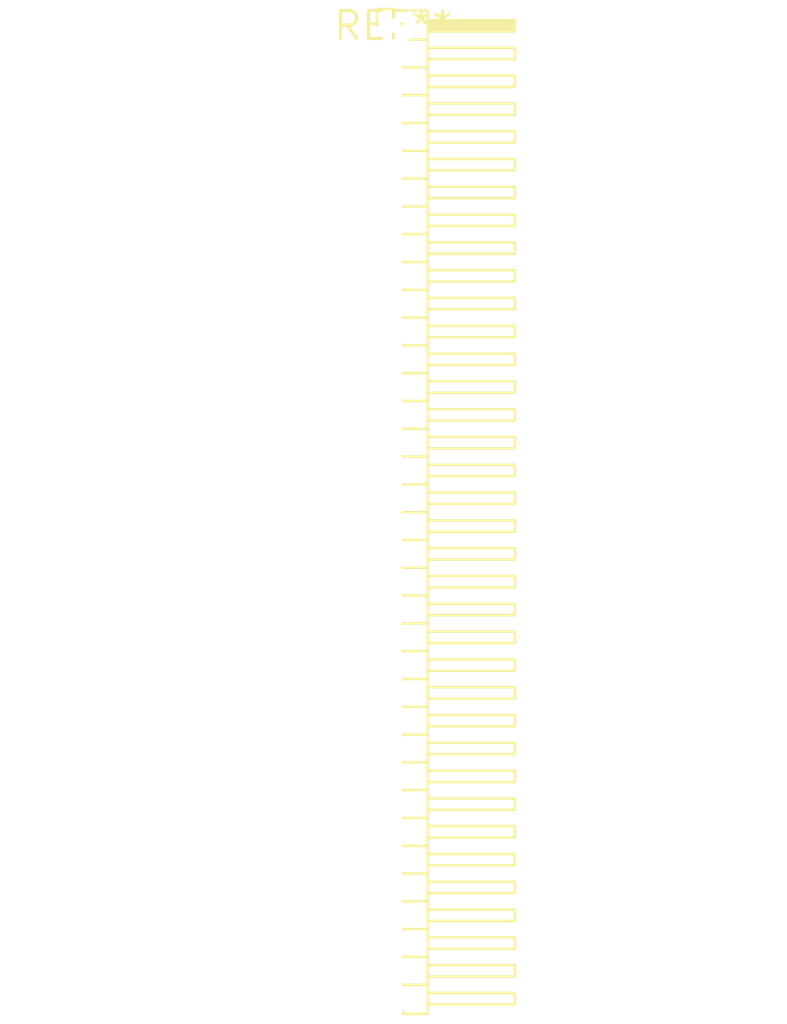
<source format=kicad_pcb>
(kicad_pcb (version 20240108) (generator pcbnew)
  (layers (0 "F.Cu" signal) (31 "B.Cu" signal) (34 "B.Paste" user) (35 "F.Paste" user) (36 "B.SilkS" user "B.Silkscreen") (37 "F.SilkS" user "F.Silkscreen") (38 "B.Mask" user) (39 "F.Mask" user) (44 "Edge.Cuts" user))
  (net 0 "")
  (footprint "PinHeader_1x36_P1.27mm_Horizontal" (layer "F.Cu") (at 0 0)
    (property "Reference" "REF**")
    (property "Value" "PinHeader_1x36_P1.27mm_Horizontal")
    (fp_line (start -0.76 -0.76) (end 0 -0.76) (layer "F.SilkS") (stroke (width 0.12)))
    (fp_line (start -0.76 0) (end -0.76 -0.76) (layer "F.SilkS") (stroke (width 0.12)))
    (fp_line (start 0.44 1.889677) (end 0.44 1.920323) (layer "F.SilkS") (stroke (width 0.12)))
    (fp_line (start 0.44 1.905) (end 1.56 1.905) (layer "F.SilkS") (stroke (width 0.12)))
    (fp_line (start 0.44 3.159677) (end 0.44 3.190323) (layer "F.SilkS") (stroke (width 0.12)))
    (fp_line (start 0.44 3.175) (end 1.56 3.175) (layer "F.SilkS") (stroke (width 0.12)))
    (fp_line (start 0.44 4.429677) (end 0.44 4.460323) (layer "F.SilkS") (stroke (width 0.12)))
    (fp_line (start 0.44 4.445) (end 1.56 4.445) (layer "F.SilkS") (stroke (width 0.12)))
    (fp_line (start 0.44 5.699677) (end 0.44 5.730323) (layer "F.SilkS") (stroke (width 0.12)))
    (fp_line (start 0.44 5.715) (end 1.56 5.715) (layer "F.SilkS") (stroke (width 0.12)))
    (fp_line (start 0.44 6.969677) (end 0.44 7.000323) (layer "F.SilkS") (stroke (width 0.12)))
    (fp_line (start 0.44 6.985) (end 1.56 6.985) (layer "F.SilkS") (stroke (width 0.12)))
    (fp_line (start 0.44 8.239677) (end 0.44 8.270323) (layer "F.SilkS") (stroke (width 0.12)))
    (fp_line (start 0.44 8.255) (end 1.56 8.255) (layer "F.SilkS") (stroke (width 0.12)))
    (fp_line (start 0.44 9.509677) (end 0.44 9.540323) (layer "F.SilkS") (stroke (width 0.12)))
    (fp_line (start 0.44 9.525) (end 1.56 9.525) (layer "F.SilkS") (stroke (width 0.12)))
    (fp_line (start 0.44 10.779677) (end 0.44 10.810323) (layer "F.SilkS") (stroke (width 0.12)))
    (fp_line (start 0.44 10.795) (end 1.56 10.795) (layer "F.SilkS") (stroke (width 0.12)))
    (fp_line (start 0.44 12.049677) (end 0.44 12.080323) (layer "F.SilkS") (stroke (width 0.12)))
    (fp_line (start 0.44 12.065) (end 1.56 12.065) (layer "F.SilkS") (stroke (width 0.12)))
    (fp_line (start 0.44 13.319677) (end 0.44 13.350323) (layer "F.SilkS") (stroke (width 0.12)))
    (fp_line (start 0.44 13.335) (end 1.56 13.335) (layer "F.SilkS") (stroke (width 0.12)))
    (fp_line (start 0.44 14.589677) (end 0.44 14.620323) (layer "F.SilkS") (stroke (width 0.12)))
    (fp_line (start 0.44 14.605) (end 1.56 14.605) (layer "F.SilkS") (stroke (width 0.12)))
    (fp_line (start 0.44 15.859677) (end 0.44 15.890323) (layer "F.SilkS") (stroke (width 0.12)))
    (fp_line (start 0.44 15.875) (end 1.56 15.875) (layer "F.SilkS") (stroke (width 0.12)))
    (fp_line (start 0.44 17.129677) (end 0.44 17.160323) (layer "F.SilkS") (stroke (width 0.12)))
    (fp_line (start 0.44 17.145) (end 1.56 17.145) (layer "F.SilkS") (stroke (width 0.12)))
    (fp_line (start 0.44 18.399677) (end 0.44 18.430323) (layer "F.SilkS") (stroke (width 0.12)))
    (fp_line (start 0.44 18.415) (end 1.56 18.415) (layer "F.SilkS") (stroke (width 0.12)))
    (fp_line (start 0.44 19.669677) (end 0.44 19.700323) (layer "F.SilkS") (stroke (width 0.12)))
    (fp_line (start 0.44 19.685) (end 1.56 19.685) (layer "F.SilkS") (stroke (width 0.12)))
    (fp_line (start 0.44 20.939677) (end 0.44 20.970323) (layer "F.SilkS") (stroke (width 0.12)))
    (fp_line (start 0.44 20.955) (end 1.56 20.955) (layer "F.SilkS") (stroke (width 0.12)))
    (fp_line (start 0.44 22.209677) (end 0.44 22.240323) (layer "F.SilkS") (stroke (width 0.12)))
    (fp_line (start 0.44 22.225) (end 1.56 22.225) (layer "F.SilkS") (stroke (width 0.12)))
    (fp_line (start 0.44 23.479677) (end 0.44 23.510323) (layer "F.SilkS") (stroke (width 0.12)))
    (fp_line (start 0.44 23.495) (end 1.56 23.495) (layer "F.SilkS") (stroke (width 0.12)))
    (fp_line (start 0.44 24.749677) (end 0.44 24.780323) (layer "F.SilkS") (stroke (width 0.12)))
    (fp_line (start 0.44 24.765) (end 1.56 24.765) (layer "F.SilkS") (stroke (width 0.12)))
    (fp_line (start 0.44 26.019677) (end 0.44 26.050323) (layer "F.SilkS") (stroke (width 0.12)))
    (fp_line (start 0.44 26.035) (end 1.56 26.035) (layer "F.SilkS") (stroke (width 0.12)))
    (fp_line (start 0.44 27.289677) (end 0.44 27.320323) (layer "F.SilkS") (stroke (width 0.12)))
    (fp_line (start 0.44 27.305) (end 1.56 27.305) (layer "F.SilkS") (stroke (width 0.12)))
    (fp_line (start 0.44 28.559677) (end 0.44 28.590323) (layer "F.SilkS") (stroke (width 0.12)))
    (fp_line (start 0.44 28.575) (end 1.56 28.575) (layer "F.SilkS") (stroke (width 0.12)))
    (fp_line (start 0.44 29.829677) (end 0.44 29.860323) (layer "F.SilkS") (stroke (width 0.12)))
    (fp_line (start 0.44 29.845) (end 1.56 29.845) (layer "F.SilkS") (stroke (width 0.12)))
    (fp_line (start 0.44 31.099677) (end 0.44 31.130323) (layer "F.SilkS") (stroke (width 0.12)))
    (fp_line (start 0.44 31.115) (end 1.56 31.115) (layer "F.SilkS") (stroke (width 0.12)))
    (fp_line (start 0.44 32.369677) (end 0.44 32.400323) (layer "F.SilkS") (stroke (width 0.12)))
    (fp_line (start 0.44 32.385) (end 1.56 32.385) (layer "F.SilkS") (stroke (width 0.12)))
    (fp_line (start 0.44 33.639677) (end 0.44 33.670323) (layer "F.SilkS") (stroke (width 0.12)))
    (fp_line (start 0.44 33.655) (end 1.56 33.655) (layer "F.SilkS") (stroke (width 0.12)))
    (fp_line (start 0.44 34.909677) (end 0.44 34.940323) (layer "F.SilkS") (stroke (width 0.12)))
    (fp_line (start 0.44 34.925) (end 1.56 34.925) (layer "F.SilkS") (stroke (width 0.12)))
    (fp_line (start 0.44 36.179677) (end 0.44 36.210323) (layer "F.SilkS") (stroke (width 0.12)))
    (fp_line (start 0.44 36.195) (end 1.56 36.195) (layer "F.SilkS") (stroke (width 0.12)))
    (fp_line (start 0.44 37.449677) (end 0.44 37.480323) (layer "F.SilkS") (stroke (width 0.12)))
    (fp_line (start 0.44 37.465) (end 1.56 37.465) (layer "F.SilkS") (stroke (width 0.12)))
    (fp_line (start 0.44 38.719677) (end 0.44 38.750323) (layer "F.SilkS") (stroke (width 0.12)))
    (fp_line (start 0.44 38.735) (end 1.56 38.735) (layer "F.SilkS") (stroke (width 0.12)))
    (fp_line (start 0.44 39.989677) (end 0.44 40.020323) (layer "F.SilkS") (stroke (width 0.12)))
    (fp_line (start 0.44 40.005) (end 1.56 40.005) (layer "F.SilkS") (stroke (width 0.12)))
    (fp_line (start 0.44 41.259677) (end 0.44 41.290323) (layer "F.SilkS") (stroke (width 0.12)))
    (fp_line (start 0.44 41.275) (end 1.56 41.275) (layer "F.SilkS") (stroke (width 0.12)))
    (fp_line (start 0.44 42.529677) (end 0.44 42.560323) (layer "F.SilkS") (stroke (width 0.12)))
    (fp_line (start 0.44 42.545) (end 1.56 42.545) (layer "F.SilkS") (stroke (width 0.12)))
    (fp_line (start 0.44 43.799677) (end 0.44 43.830323) (layer "F.SilkS") (stroke (width 0.12)))
    (fp_line (start 0.44 43.815) (end 1.56 43.815) (layer "F.SilkS") (stroke (width 0.12)))
    (fp_line (start 0.44 45.145) (end 0.44 45.069677) (layer "F.SilkS") (stroke (width 0.12)))
    (fp_line (start 0.76 -0.695) (end 1.56 -0.695) (layer "F.SilkS") (stroke (width 0.12)))
    (fp_line (start 0.76 0.635) (end 1.56 0.635) (layer "F.SilkS") (stroke (width 0.12)))
    (fp_line (start 1.56 -0.695) (end 1.56 45.145) (layer "F.SilkS") (stroke (width 0.12)))
    (fp_line (start 1.56 -0.26) (end 5.56 -0.26) (layer "F.SilkS") (stroke (width 0.12)))
    (fp_line (start 1.56 -0.2) (end 5.56 -0.2) (layer "F.SilkS") (stroke (width 0.12)))
    (fp_line (start 1.56 -0.08) (end 5.56 -0.08) (layer "F.SilkS") (stroke (width 0.12)))
    (fp_line (start 1.56 0.04) (end 5.56 0.04) (layer "F.SilkS") (stroke (width 0.12)))
    (fp_line (start 1.56 0.16) (end 5.56 0.16) (layer "F.SilkS") (stroke (width 0.12)))
    (fp_line (start 1.56 1.01) (end 5.56 1.01) (layer "F.SilkS") (stroke (width 0.12)))
    (fp_line (start 1.56 2.28) (end 5.56 2.28) (layer "F.SilkS") (stroke (width 0.12)))
    (fp_line (start 1.56 3.55) (end 5.56 3.55) (layer "F.SilkS") (stroke (width 0.12)))
    (fp_line (start 1.56 4.82) (end 5.56 4.82) (layer "F.SilkS") (stroke (width 0.12)))
    (fp_line (start 1.56 6.09) (end 5.56 6.09) (layer "F.SilkS") (stroke (width 0.12)))
    (fp_line (start 1.56 7.36) (end 5.56 7.36) (layer "F.SilkS") (stroke (width 0.12)))
    (fp_line (start 1.56 8.63) (end 5.56 8.63) (layer "F.SilkS") (stroke (width 0.12)))
    (fp_line (start 1.56 9.9) (end 5.56 9.9) (layer "F.SilkS") (stroke (width 0.12)))
    (fp_line (start 1.56 11.17) (end 5.56 11.17) (layer "F.SilkS") (stroke (width 0.12)))
    (fp_line (start 1.56 12.44) (end 5.56 12.44) (layer "F.SilkS") (stroke (width 0.12)))
    (fp_line (start 1.56 13.71) (end 5.56 13.71) (layer "F.SilkS") (stroke (width 0.12)))
    (fp_line (start 1.56 14.98) (end 5.56 14.98) (layer "F.SilkS") (stroke (width 0.12)))
    (fp_line (start 1.56 16.25) (end 5.56 16.25) (layer "F.SilkS") (stroke (width 0.12)))
    (fp_line (start 1.56 17.52) (end 5.56 17.52) (layer "F.SilkS") (stroke (width 0.12)))
    (fp_line (start 1.56 18.79) (end 5.56 18.79) (layer "F.SilkS") (stroke (width 0.12)))
    (fp_line (start 1.56 20.06) (end 5.56 20.06) (layer "F.SilkS") (stroke (width 0.12)))
    (fp_line (start 1.56 21.33) (end 5.56 21.33) (layer "F.SilkS") (stroke (width 0.12)))
    (fp_line (start 1.56 22.6) (end 5.56 22.6) (layer "F.SilkS") (stroke (width 0.12)))
    (fp_line (start 1.56 23.87) (end 5.56 23.87) (layer "F.SilkS") (stroke (width 0.12)))
    (fp_line (start 1.56 25.14) (end 5.56 25.14) (layer "F.SilkS") (stroke (width 0.12)))
    (fp_line (start 1.56 26.41) (end 5.56 26.41) (layer "F.SilkS") (stroke (width 0.12)))
    (fp_line (start 1.56 27.68) (end 5.56 27.68) (layer "F.SilkS") (stroke (width 0.12)))
    (fp_line (start 1.56 28.95) (end 5.56 28.95) (layer "F.SilkS") (stroke (width 0.12)))
    (fp_line (start 1.56 30.22) (end 5.56 30.22) (layer "F.SilkS") (stroke (width 0.12)))
    (fp_line (start 1.56 31.49) (end 5.56 31.49) (layer "F.SilkS") (stroke (width 0.12)))
    (fp_line (start 1.56 32.76) (end 5.56 32.76) (layer "F.SilkS") (stroke (width 0.12)))
    (fp_line (start 1.56 34.03) (end 5.56 34.03) (layer "F.SilkS") (stroke (width 0.12)))
    (fp_line (start 1.56 35.3) (end 5.56 35.3) (layer "F.SilkS") (stroke (width 0.12)))
    (fp_line (start 1.56 36.57) (end 5.56 36.57) (layer "F.SilkS") (stroke (width 0.12)))
    (fp_line (start 1.56 37.84) (end 5.56 37.84) (layer "F.SilkS") (stroke (width 0.12)))
    (fp_line (start 1.56 39.11) (end 5.56 39.11) (layer "F.SilkS") (stroke (width 0.12)))
    (fp_line (start 1.56 40.38) (end 5.56 40.38) (layer "F.SilkS") (stroke (width 0.12)))
    (fp_line (start 1.56 41.65) (end 5.56 41.65) (layer "F.SilkS") (stroke (width 0.12)))
    (fp_line (start 1.56 42.92) (end 5.56 42.92) (layer "F.SilkS") (stroke (width 0.12)))
    (fp_line (start 1.56 44.19) (end 5.56 44.19) (layer "F.SilkS") (stroke (width 0.12)))
    (fp_line (start 1.56 45.145) (end 0.44 45.145) (layer "F.SilkS") (stroke (width 0.12)))
    (fp_line (start 5.56 -0.26) (end 5.56 0.26) (layer "F.SilkS") (stroke (width 0.12)))
    (fp_line (start 5.56 0.26) (end 1.56 0.26) (layer "F.SilkS") (stroke (width 0.12)))
    (fp_line (start 5.56 1.01) (end 5.56 1.53) (layer "F.SilkS") (stroke (width 0.12)))
    (fp_line (start 5.56 1.53) (end 1.56 1.53) (layer "F.SilkS") (stroke (width 0.12)))
    (fp_line (start 5.56 2.28) (end 5.56 2.8) (layer "F.SilkS") (stroke (width 0.12)))
    (fp_line (start 5.56 2.8) (end 1.56 2.8) (layer "F.SilkS") (stroke (width 0.12)))
    (fp_line (start 5.56 3.55) (end 5.56 4.07) (layer "F.SilkS") (stroke (width 0.12)))
    (fp_line (start 5.56 4.07) (end 1.56 4.07) (layer "F.SilkS") (stroke (width 0.12)))
    (fp_line (start 5.56 4.82) (end 5.56 5.34) (layer "F.SilkS") (stroke (width 0.12)))
    (fp_line (start 5.56 5.34) (end 1.56 5.34) (layer "F.SilkS") (stroke (width 0.12)))
    (fp_line (start 5.56 6.09) (end 5.56 6.61) (layer "F.SilkS") (stroke (width 0.12)))
    (fp_line (start 5.56 6.61) (end 1.56 6.61) (layer "F.SilkS") (stroke (width 0.12)))
    (fp_line (start 5.56 7.36) (end 5.56 7.88) (layer "F.SilkS") (stroke (width 0.12)))
    (fp_line (start 5.56 7.88) (end 1.56 7.88) (layer "F.SilkS") (stroke (width 0.12)))
    (fp_line (start 5.56 8.63) (end 5.56 9.15) (layer "F.SilkS") (stroke (width 0.12)))
    (fp_line (start 5.56 9.15) (end 1.56 9.15) (layer "F.SilkS") (stroke (width 0.12)))
    (fp_line (start 5.56 9.9) (end 5.56 10.42) (layer "F.SilkS") (stroke (width 0.12)))
    (fp_line (start 5.56 10.42) (end 1.56 10.42) (layer "F.SilkS") (stroke (width 0.12)))
    (fp_line (start 5.56 11.17) (end 5.56 11.69) (layer "F.SilkS") (stroke (width 0.12)))
    (fp_line (start 5.56 11.69) (end 1.56 11.69) (layer "F.SilkS") (stroke (width 0.12)))
    (fp_line (start 5.56 12.44) (end 5.56 12.96) (layer "F.SilkS") (stroke (width 0.12)))
    (fp_line (start 5.56 12.96) (end 1.56 12.96) (layer "F.SilkS") (stroke (width 0.12)))
    (fp_line (start 5.56 13.71) (end 5.56 14.23) (layer "F.SilkS") (stroke (width 0.12)))
    (fp_line (start 5.56 14.23) (end 1.56 14.23) (layer "F.SilkS") (stroke (width 0.12)))
    (fp_line (start 5.56 14.98) (end 5.56 15.5) (layer "F.SilkS") (stroke (width 0.12)))
    (fp_line (start 5.56 15.5) (end 1.56 15.5) (layer "F.SilkS") (stroke (width 0.12)))
    (fp_line (start 5.56 16.25) (end 5.56 16.77) (layer "F.SilkS") (stroke (width 0.12)))
    (fp_line (start 5.56 16.77) (end 1.56 16.77) (layer "F.SilkS") (stroke (width 0.12)))
    (fp_line (start 5.56 17.52) (end 5.56 18.04) (layer "F.SilkS") (stroke (width 0.12)))
    (fp_line (start 5.56 18.04) (end 1.56 18.04) (layer "F.SilkS") (stroke (width 0.12)))
    (fp_line (start 5.56 18.79) (end 5.56 19.31) (layer "F.SilkS") (stroke (width 0.12)))
    (fp_line (start 5.56 19.31) (end 1.56 19.31) (layer "F.SilkS") (stroke (width 0.12)))
    (fp_line (start 5.56 20.06) (end 5.56 20.58) (layer "F.SilkS") (stroke (width 0.12)))
    (fp_line (start 5.56 20.58) (end 1.56 20.58) (layer "F.SilkS") (stroke (width 0.12)))
    (fp_line (start 5.56 21.33) (end 5.56 21.85) (layer "F.SilkS") (stroke (width 0.12)))
    (fp_line (start 5.56 21.85) (end 1.56 21.85) (layer "F.SilkS") (stroke (width 0.12)))
    (fp_line (start 5.56 22.6) (end 5.56 23.12) (layer "F.SilkS") (stroke (width 0.12)))
    (fp_line (start 5.56 23.12) (end 1.56 23.12) (layer "F.SilkS") (stroke (width 0.12)))
    (fp_line (start 5.56 23.87) (end 5.56 24.39) (layer "F.SilkS") (stroke (width 0.12)))
    (fp_line (start 5.56 24.39) (end 1.56 24.39) (layer "F.SilkS") (stroke (width 0.12)))
    (fp_line (start 5.56 25.14) (end 5.56 25.66) (layer "F.SilkS") (stroke (width 0.12)))
    (fp_line (start 5.56 25.66) (end 1.56 25.66) (layer "F.SilkS") (stroke (width 0.12)))
    (fp_line (start 5.56 26.41) (end 5.56 26.93) (layer "F.SilkS") (stroke (width 0.12)))
    (fp_line (start 5.56 26.93) (end 1.56 26.93) (layer "F.SilkS") (stroke (width 0.12)))
    (fp_line (start 5.56 27.68) (end 5.56 28.2) (layer "F.SilkS") (stroke (width 0.12)))
    (fp_line (start 5.56 28.2) (end 1.56 28.2) (layer "F.SilkS") (stroke (width 0.12)))
    (fp_line (start 5.56 28.95) (end 5.56 29.47) (layer "F.SilkS") (stroke (width 0.12)))
    (fp_line (start 5.56 29.47) (end 1.56 29.47) (layer "F.SilkS") (stroke (width 0.12)))
    (fp_line (start 5.56 30.22) (end 5.56 30.74) (layer "F.SilkS") (stroke (width 0.12)))
    (fp_line (start 5.56 30.74) (end 1.56 30.74) (layer "F.SilkS") (stroke (width 0.12)))
    (fp_line (start 5.56 31.49) (end 5.56 32.01) (layer "F.SilkS") (stroke (width 0.12)))
    (fp_line (start 5.56 32.01) (end 1.56 32.01) (layer "F.SilkS") (stroke (width 0.12)))
    (fp_line (start 5.56 32.76) (end 5.56 33.28) (layer "F.SilkS") (stroke (width 0.12)))
    (fp_line (start 5.56 33.28) (end 1.56 33.28) (layer "F.SilkS") (stroke (width 0.12)))
    (fp_line (start 5.56 34.03) (end 5.56 34.55) (layer "F.SilkS") (stroke (width 0.12)))
    (fp_line (start 5.56 34.55) (end 1.56 34.55) (layer "F.SilkS") (stroke (width 0.12)))
    (fp_line (start 5.56 35.3) (end 5.56 35.82) (layer "F.SilkS") (stroke (width 0.12)))
    (fp_line (start 5.56 35.82) (end 1.56 35.82) (layer "F.SilkS") (stroke (width 0.12)))
    (fp_line (start 5.56 36.57) (end 5.56 37.09) (layer "F.SilkS") (stroke (width 0.12)))
    (fp_line (start 5.56 37.09) (end 1.56 37.09) (layer "F.SilkS") (stroke (width 0.12)))
    (fp_line (start 5.56 37.84) (end 5.56 38.36) (layer "F.SilkS") (stroke (width 0.12)))
    (fp_line (start 5.56 38.36) (end 1.56 38.36) (layer "F.SilkS") (stroke (width 0.12)))
    (fp_line (start 5.56 39.11) (end 5.56 39.63) (layer "F.SilkS") (stroke (width 0.12)))
    (fp_line (start 5.56 39.63) (end 1.56 39.63) (layer "F.SilkS") (stroke (width 0.12)))
    (fp_line (start 5.56 40.38) (end 5.56 40.9) (layer "F.SilkS") (stroke (width 0.12)))
    (fp_line (start 5.56 40.9) (end 1.56 40.9) (layer "F.SilkS") (stroke (width 0.12)))
    (fp_line (start 5.56 41.65) (end 5.56 42.17) (layer "F.SilkS") (stroke (width 0.12)))
    (fp_line (start 5.56 42.17) (end 1.56 42.17) (layer "F.SilkS") (stroke (width 0.12)))
    (fp_line (start 5.56 42.92) (end 5.56 43.44) (layer "F.SilkS") (stroke (width 0.12)))
    (fp_line (start 5.56 43.44) (end 1.56 43.44) (layer "F.SilkS") (stroke (width 0.12)))
    (fp_line (start 5.56 44.19) (end 5.56 44.71) (layer "F.SilkS") (stroke (width 0.12)))
    (fp_line (start 5.56 44.71) (end 1.56 44.71) (layer "F.SilkS") (stroke (width 0.12)))
    (pad "1" thru_hole rect (at 0 0) (size 1 1) (drill 0.65) (layers *.Cu *.Mask) (remove_unused_layers))
    (pad "2" thru_hole oval (at 0 1.27) (size 1 1) (drill 0.65) (layers *.Cu *.Mask) (remove_unused_layers))
    (pad "3" thru_hole oval (at 0 2.54) (size 1 1) (drill 0.65) (layers *.Cu *.Mask) (remove_unused_layers))
    (pad "4" thru_hole oval (at 0 3.81) (size 1 1) (drill 0.65) (layers *.Cu *.Mask) (remove_unused_layers))
    (pad "5" thru_hole oval (at 0 5.08) (size 1 1) (drill 0.65) (layers *.Cu *.Mask) (remove_unused_layers))
    (pad "6" thru_hole oval (at 0 6.35) (size 1 1) (drill 0.65) (layers *.Cu *.Mask) (remove_unused_layers))
    (pad "7" thru_hole oval (at 0 7.62) (size 1 1) (drill 0.65) (layers *.Cu *.Mask) (remove_unused_layers))
    (pad "8" thru_hole oval (at 0 8.89) (size 1 1) (drill 0.65) (layers *.Cu *.Mask) (remove_unused_layers))
    (pad "9" thru_hole oval (at 0 10.16) (size 1 1) (drill 0.65) (layers *.Cu *.Mask) (remove_unused_layers))
    (pad "10" thru_hole oval (at 0 11.43) (size 1 1) (drill 0.65) (layers *.Cu *.Mask) (remove_unused_layers))
    (pad "11" thru_hole oval (at 0 12.7) (size 1 1) (drill 0.65) (layers *.Cu *.Mask) (remove_unused_layers))
    (pad "12" thru_hole oval (at 0 13.97) (size 1 1) (drill 0.65) (layers *.Cu *.Mask) (remove_unused_layers))
    (pad "13" thru_hole oval (at 0 15.24) (size 1 1) (drill 0.65) (layers *.Cu *.Mask) (remove_unused_layers))
    (pad "14" thru_hole oval (at 0 16.51) (size 1 1) (drill 0.65) (layers *.Cu *.Mask) (remove_unused_layers))
    (pad "15" thru_hole oval (at 0 17.78) (size 1 1) (drill 0.65) (layers *.Cu *.Mask) (remove_unused_layers))
    (pad "16" thru_hole oval (at 0 19.05) (size 1 1) (drill 0.65) (layers *.Cu *.Mask) (remove_unused_layers))
    (pad "17" thru_hole oval (at 0 20.32) (size 1 1) (drill 0.65) (layers *.Cu *.Mask) (remove_unused_layers))
    (pad "18" thru_hole oval (at 0 21.59) (size 1 1) (drill 0.65) (layers *.Cu *.Mask) (remove_unused_layers))
    (pad "19" thru_hole oval (at 0 22.86) (size 1 1) (drill 0.65) (layers *.Cu *.Mask) (remove_unused_layers))
    (pad "20" thru_hole oval (at 0 24.13) (size 1 1) (drill 0.65) (layers *.Cu *.Mask) (remove_unused_layers))
    (pad "21" thru_hole oval (at 0 25.4) (size 1 1) (drill 0.65) (layers *.Cu *.Mask) (remove_unused_layers))
    (pad "22" thru_hole oval (at 0 26.67) (size 1 1) (drill 0.65) (layers *.Cu *.Mask) (remove_unused_layers))
    (pad "23" thru_hole oval (at 0 27.94) (size 1 1) (drill 0.65) (layers *.Cu *.Mask) (remove_unused_layers))
    (pad "24" thru_hole oval (at 0 29.21) (size 1 1) (drill 0.65) (layers *.Cu *.Mask) (remove_unused_layers))
    (pad "25" thru_hole oval (at 0 30.48) (size 1 1) (drill 0.65) (layers *.Cu *.Mask) (remove_unused_layers))
    (pad "26" thru_hole oval (at 0 31.75) (size 1 1) (drill 0.65) (layers *.Cu *.Mask) (remove_unused_layers))
    (pad "27" thru_hole oval (at 0 33.02) (size 1 1) (drill 0.65) (layers *.Cu *.Mask) (remove_unused_layers))
    (pad "28" thru_hole oval (at 0 34.29) (size 1 1) (drill 0.65) (layers *.Cu *.Mask) (remove_unused_layers))
    (pad "29" thru_hole oval (at 0 35.56) (size 1 1) (drill 0.65) (layers *.Cu *.Mask) (remove_unused_layers))
    (pad "30" thru_hole oval (at 0 36.83) (size 1 1) (drill 0.65) (layers *.Cu *.Mask) (remove_unused_layers))
    (pad "31" thru_hole oval (at 0 38.1) (size 1 1) (drill 0.65) (layers *.Cu *.Mask) (remove_unused_layers))
    (pad "32" thru_hole oval (at 0 39.37) (size 1 1) (drill 0.65) (layers *.Cu *.Mask) (remove_unused_layers))
    (pad "33" thru_hole oval (at 0 40.64) (size 1 1) (drill 0.65) (layers *.Cu *.Mask) (remove_unused_layers))
    (pad "34" thru_hole oval (at 0 41.91) (size 1 1) (drill 0.65) (layers *.Cu *.Mask) (remove_unused_layers))
    (pad "35" thru_hole oval (at 0 43.18) (size 1 1) (drill 0.65) (layers *.Cu *.Mask) (remove_unused_layers))
    (pad "36" thru_hole oval (at 0 44.45) (size 1 1) (drill 0.65) (layers *.Cu *.Mask) (remove_unused_layers))
  )
)
</source>
